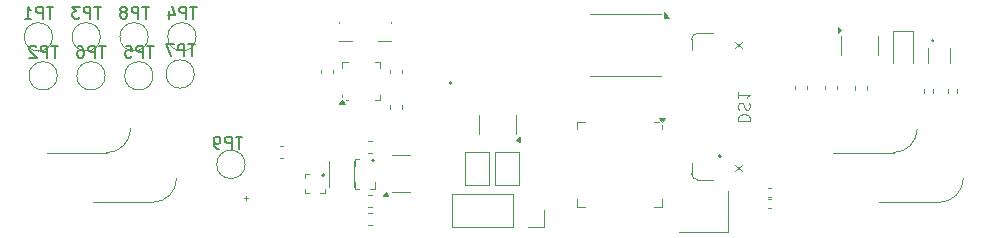
<source format=gbr>
%TF.GenerationSoftware,KiCad,Pcbnew,9.0.3*%
%TF.CreationDate,2025-07-16T18:33:31-04:00*%
%TF.ProjectId,board,626f6172-642e-46b6-9963-61645f706362,rev?*%
%TF.SameCoordinates,Original*%
%TF.FileFunction,Legend,Bot*%
%TF.FilePolarity,Positive*%
%FSLAX46Y46*%
G04 Gerber Fmt 4.6, Leading zero omitted, Abs format (unit mm)*
G04 Created by KiCad (PCBNEW 9.0.3) date 2025-07-16 18:33:31*
%MOMM*%
%LPD*%
G01*
G04 APERTURE LIST*
%ADD10C,0.100000*%
%ADD11C,0.150000*%
%ADD12C,0.120000*%
%ADD13C,0.200000*%
%ADD14C,0.191421*%
G04 APERTURE END LIST*
D10*
X41520038Y-36252145D02*
X41820038Y-36252145D01*
X41670038Y-36102145D02*
X41670038Y-36402145D01*
D11*
X33861904Y-23356819D02*
X33290476Y-23356819D01*
X33576190Y-24356819D02*
X33576190Y-23356819D01*
X32957142Y-24356819D02*
X32957142Y-23356819D01*
X32957142Y-23356819D02*
X32576190Y-23356819D01*
X32576190Y-23356819D02*
X32480952Y-23404438D01*
X32480952Y-23404438D02*
X32433333Y-23452057D01*
X32433333Y-23452057D02*
X32385714Y-23547295D01*
X32385714Y-23547295D02*
X32385714Y-23690152D01*
X32385714Y-23690152D02*
X32433333Y-23785390D01*
X32433333Y-23785390D02*
X32480952Y-23833009D01*
X32480952Y-23833009D02*
X32576190Y-23880628D01*
X32576190Y-23880628D02*
X32957142Y-23880628D01*
X31480952Y-23356819D02*
X31957142Y-23356819D01*
X31957142Y-23356819D02*
X32004761Y-23833009D01*
X32004761Y-23833009D02*
X31957142Y-23785390D01*
X31957142Y-23785390D02*
X31861904Y-23737771D01*
X31861904Y-23737771D02*
X31623809Y-23737771D01*
X31623809Y-23737771D02*
X31528571Y-23785390D01*
X31528571Y-23785390D02*
X31480952Y-23833009D01*
X31480952Y-23833009D02*
X31433333Y-23928247D01*
X31433333Y-23928247D02*
X31433333Y-24166342D01*
X31433333Y-24166342D02*
X31480952Y-24261580D01*
X31480952Y-24261580D02*
X31528571Y-24309200D01*
X31528571Y-24309200D02*
X31623809Y-24356819D01*
X31623809Y-24356819D02*
X31861904Y-24356819D01*
X31861904Y-24356819D02*
X31957142Y-24309200D01*
X31957142Y-24309200D02*
X32004761Y-24261580D01*
X25761904Y-23356819D02*
X25190476Y-23356819D01*
X25476190Y-24356819D02*
X25476190Y-23356819D01*
X24857142Y-24356819D02*
X24857142Y-23356819D01*
X24857142Y-23356819D02*
X24476190Y-23356819D01*
X24476190Y-23356819D02*
X24380952Y-23404438D01*
X24380952Y-23404438D02*
X24333333Y-23452057D01*
X24333333Y-23452057D02*
X24285714Y-23547295D01*
X24285714Y-23547295D02*
X24285714Y-23690152D01*
X24285714Y-23690152D02*
X24333333Y-23785390D01*
X24333333Y-23785390D02*
X24380952Y-23833009D01*
X24380952Y-23833009D02*
X24476190Y-23880628D01*
X24476190Y-23880628D02*
X24857142Y-23880628D01*
X23904761Y-23452057D02*
X23857142Y-23404438D01*
X23857142Y-23404438D02*
X23761904Y-23356819D01*
X23761904Y-23356819D02*
X23523809Y-23356819D01*
X23523809Y-23356819D02*
X23428571Y-23404438D01*
X23428571Y-23404438D02*
X23380952Y-23452057D01*
X23380952Y-23452057D02*
X23333333Y-23547295D01*
X23333333Y-23547295D02*
X23333333Y-23642533D01*
X23333333Y-23642533D02*
X23380952Y-23785390D01*
X23380952Y-23785390D02*
X23952380Y-24356819D01*
X23952380Y-24356819D02*
X23333333Y-24356819D01*
X37511904Y-20056819D02*
X36940476Y-20056819D01*
X37226190Y-21056819D02*
X37226190Y-20056819D01*
X36607142Y-21056819D02*
X36607142Y-20056819D01*
X36607142Y-20056819D02*
X36226190Y-20056819D01*
X36226190Y-20056819D02*
X36130952Y-20104438D01*
X36130952Y-20104438D02*
X36083333Y-20152057D01*
X36083333Y-20152057D02*
X36035714Y-20247295D01*
X36035714Y-20247295D02*
X36035714Y-20390152D01*
X36035714Y-20390152D02*
X36083333Y-20485390D01*
X36083333Y-20485390D02*
X36130952Y-20533009D01*
X36130952Y-20533009D02*
X36226190Y-20580628D01*
X36226190Y-20580628D02*
X36607142Y-20580628D01*
X35178571Y-20390152D02*
X35178571Y-21056819D01*
X35416666Y-20009200D02*
X35654761Y-20723485D01*
X35654761Y-20723485D02*
X35035714Y-20723485D01*
X29411904Y-20056819D02*
X28840476Y-20056819D01*
X29126190Y-21056819D02*
X29126190Y-20056819D01*
X28507142Y-21056819D02*
X28507142Y-20056819D01*
X28507142Y-20056819D02*
X28126190Y-20056819D01*
X28126190Y-20056819D02*
X28030952Y-20104438D01*
X28030952Y-20104438D02*
X27983333Y-20152057D01*
X27983333Y-20152057D02*
X27935714Y-20247295D01*
X27935714Y-20247295D02*
X27935714Y-20390152D01*
X27935714Y-20390152D02*
X27983333Y-20485390D01*
X27983333Y-20485390D02*
X28030952Y-20533009D01*
X28030952Y-20533009D02*
X28126190Y-20580628D01*
X28126190Y-20580628D02*
X28507142Y-20580628D01*
X27602380Y-20056819D02*
X26983333Y-20056819D01*
X26983333Y-20056819D02*
X27316666Y-20437771D01*
X27316666Y-20437771D02*
X27173809Y-20437771D01*
X27173809Y-20437771D02*
X27078571Y-20485390D01*
X27078571Y-20485390D02*
X27030952Y-20533009D01*
X27030952Y-20533009D02*
X26983333Y-20628247D01*
X26983333Y-20628247D02*
X26983333Y-20866342D01*
X26983333Y-20866342D02*
X27030952Y-20961580D01*
X27030952Y-20961580D02*
X27078571Y-21009200D01*
X27078571Y-21009200D02*
X27173809Y-21056819D01*
X27173809Y-21056819D02*
X27459523Y-21056819D01*
X27459523Y-21056819D02*
X27554761Y-21009200D01*
X27554761Y-21009200D02*
X27602380Y-20961580D01*
X41361904Y-31056819D02*
X40790476Y-31056819D01*
X41076190Y-32056819D02*
X41076190Y-31056819D01*
X40457142Y-32056819D02*
X40457142Y-31056819D01*
X40457142Y-31056819D02*
X40076190Y-31056819D01*
X40076190Y-31056819D02*
X39980952Y-31104438D01*
X39980952Y-31104438D02*
X39933333Y-31152057D01*
X39933333Y-31152057D02*
X39885714Y-31247295D01*
X39885714Y-31247295D02*
X39885714Y-31390152D01*
X39885714Y-31390152D02*
X39933333Y-31485390D01*
X39933333Y-31485390D02*
X39980952Y-31533009D01*
X39980952Y-31533009D02*
X40076190Y-31580628D01*
X40076190Y-31580628D02*
X40457142Y-31580628D01*
X39409523Y-32056819D02*
X39219047Y-32056819D01*
X39219047Y-32056819D02*
X39123809Y-32009200D01*
X39123809Y-32009200D02*
X39076190Y-31961580D01*
X39076190Y-31961580D02*
X38980952Y-31818723D01*
X38980952Y-31818723D02*
X38933333Y-31628247D01*
X38933333Y-31628247D02*
X38933333Y-31247295D01*
X38933333Y-31247295D02*
X38980952Y-31152057D01*
X38980952Y-31152057D02*
X39028571Y-31104438D01*
X39028571Y-31104438D02*
X39123809Y-31056819D01*
X39123809Y-31056819D02*
X39314285Y-31056819D01*
X39314285Y-31056819D02*
X39409523Y-31104438D01*
X39409523Y-31104438D02*
X39457142Y-31152057D01*
X39457142Y-31152057D02*
X39504761Y-31247295D01*
X39504761Y-31247295D02*
X39504761Y-31485390D01*
X39504761Y-31485390D02*
X39457142Y-31580628D01*
X39457142Y-31580628D02*
X39409523Y-31628247D01*
X39409523Y-31628247D02*
X39314285Y-31675866D01*
X39314285Y-31675866D02*
X39123809Y-31675866D01*
X39123809Y-31675866D02*
X39028571Y-31628247D01*
X39028571Y-31628247D02*
X38980952Y-31580628D01*
X38980952Y-31580628D02*
X38933333Y-31485390D01*
D10*
X83342580Y-29714285D02*
X84342580Y-29714285D01*
X84342580Y-29714285D02*
X84342580Y-29476190D01*
X84342580Y-29476190D02*
X84294961Y-29333333D01*
X84294961Y-29333333D02*
X84199723Y-29238095D01*
X84199723Y-29238095D02*
X84104485Y-29190476D01*
X84104485Y-29190476D02*
X83914009Y-29142857D01*
X83914009Y-29142857D02*
X83771152Y-29142857D01*
X83771152Y-29142857D02*
X83580676Y-29190476D01*
X83580676Y-29190476D02*
X83485438Y-29238095D01*
X83485438Y-29238095D02*
X83390200Y-29333333D01*
X83390200Y-29333333D02*
X83342580Y-29476190D01*
X83342580Y-29476190D02*
X83342580Y-29714285D01*
X83390200Y-28761904D02*
X83342580Y-28619047D01*
X83342580Y-28619047D02*
X83342580Y-28380952D01*
X83342580Y-28380952D02*
X83390200Y-28285714D01*
X83390200Y-28285714D02*
X83437819Y-28238095D01*
X83437819Y-28238095D02*
X83533057Y-28190476D01*
X83533057Y-28190476D02*
X83628295Y-28190476D01*
X83628295Y-28190476D02*
X83723533Y-28238095D01*
X83723533Y-28238095D02*
X83771152Y-28285714D01*
X83771152Y-28285714D02*
X83818771Y-28380952D01*
X83818771Y-28380952D02*
X83866390Y-28571428D01*
X83866390Y-28571428D02*
X83914009Y-28666666D01*
X83914009Y-28666666D02*
X83961628Y-28714285D01*
X83961628Y-28714285D02*
X84056866Y-28761904D01*
X84056866Y-28761904D02*
X84152104Y-28761904D01*
X84152104Y-28761904D02*
X84247342Y-28714285D01*
X84247342Y-28714285D02*
X84294961Y-28666666D01*
X84294961Y-28666666D02*
X84342580Y-28571428D01*
X84342580Y-28571428D02*
X84342580Y-28333333D01*
X84342580Y-28333333D02*
X84294961Y-28190476D01*
X83342580Y-27238095D02*
X83342580Y-27809523D01*
X83342580Y-27523809D02*
X84342580Y-27523809D01*
X84342580Y-27523809D02*
X84199723Y-27619047D01*
X84199723Y-27619047D02*
X84104485Y-27714285D01*
X84104485Y-27714285D02*
X84056866Y-27809523D01*
D11*
X37361904Y-23206819D02*
X36790476Y-23206819D01*
X37076190Y-24206819D02*
X37076190Y-23206819D01*
X36457142Y-24206819D02*
X36457142Y-23206819D01*
X36457142Y-23206819D02*
X36076190Y-23206819D01*
X36076190Y-23206819D02*
X35980952Y-23254438D01*
X35980952Y-23254438D02*
X35933333Y-23302057D01*
X35933333Y-23302057D02*
X35885714Y-23397295D01*
X35885714Y-23397295D02*
X35885714Y-23540152D01*
X35885714Y-23540152D02*
X35933333Y-23635390D01*
X35933333Y-23635390D02*
X35980952Y-23683009D01*
X35980952Y-23683009D02*
X36076190Y-23730628D01*
X36076190Y-23730628D02*
X36457142Y-23730628D01*
X35552380Y-23206819D02*
X34885714Y-23206819D01*
X34885714Y-23206819D02*
X35314285Y-24206819D01*
X29811904Y-23356819D02*
X29240476Y-23356819D01*
X29526190Y-24356819D02*
X29526190Y-23356819D01*
X28907142Y-24356819D02*
X28907142Y-23356819D01*
X28907142Y-23356819D02*
X28526190Y-23356819D01*
X28526190Y-23356819D02*
X28430952Y-23404438D01*
X28430952Y-23404438D02*
X28383333Y-23452057D01*
X28383333Y-23452057D02*
X28335714Y-23547295D01*
X28335714Y-23547295D02*
X28335714Y-23690152D01*
X28335714Y-23690152D02*
X28383333Y-23785390D01*
X28383333Y-23785390D02*
X28430952Y-23833009D01*
X28430952Y-23833009D02*
X28526190Y-23880628D01*
X28526190Y-23880628D02*
X28907142Y-23880628D01*
X27478571Y-23356819D02*
X27669047Y-23356819D01*
X27669047Y-23356819D02*
X27764285Y-23404438D01*
X27764285Y-23404438D02*
X27811904Y-23452057D01*
X27811904Y-23452057D02*
X27907142Y-23594914D01*
X27907142Y-23594914D02*
X27954761Y-23785390D01*
X27954761Y-23785390D02*
X27954761Y-24166342D01*
X27954761Y-24166342D02*
X27907142Y-24261580D01*
X27907142Y-24261580D02*
X27859523Y-24309200D01*
X27859523Y-24309200D02*
X27764285Y-24356819D01*
X27764285Y-24356819D02*
X27573809Y-24356819D01*
X27573809Y-24356819D02*
X27478571Y-24309200D01*
X27478571Y-24309200D02*
X27430952Y-24261580D01*
X27430952Y-24261580D02*
X27383333Y-24166342D01*
X27383333Y-24166342D02*
X27383333Y-23928247D01*
X27383333Y-23928247D02*
X27430952Y-23833009D01*
X27430952Y-23833009D02*
X27478571Y-23785390D01*
X27478571Y-23785390D02*
X27573809Y-23737771D01*
X27573809Y-23737771D02*
X27764285Y-23737771D01*
X27764285Y-23737771D02*
X27859523Y-23785390D01*
X27859523Y-23785390D02*
X27907142Y-23833009D01*
X27907142Y-23833009D02*
X27954761Y-23928247D01*
X25361904Y-20056819D02*
X24790476Y-20056819D01*
X25076190Y-21056819D02*
X25076190Y-20056819D01*
X24457142Y-21056819D02*
X24457142Y-20056819D01*
X24457142Y-20056819D02*
X24076190Y-20056819D01*
X24076190Y-20056819D02*
X23980952Y-20104438D01*
X23980952Y-20104438D02*
X23933333Y-20152057D01*
X23933333Y-20152057D02*
X23885714Y-20247295D01*
X23885714Y-20247295D02*
X23885714Y-20390152D01*
X23885714Y-20390152D02*
X23933333Y-20485390D01*
X23933333Y-20485390D02*
X23980952Y-20533009D01*
X23980952Y-20533009D02*
X24076190Y-20580628D01*
X24076190Y-20580628D02*
X24457142Y-20580628D01*
X22933333Y-21056819D02*
X23504761Y-21056819D01*
X23219047Y-21056819D02*
X23219047Y-20056819D01*
X23219047Y-20056819D02*
X23314285Y-20199676D01*
X23314285Y-20199676D02*
X23409523Y-20294914D01*
X23409523Y-20294914D02*
X23504761Y-20342533D01*
X33461904Y-20056819D02*
X32890476Y-20056819D01*
X33176190Y-21056819D02*
X33176190Y-20056819D01*
X32557142Y-21056819D02*
X32557142Y-20056819D01*
X32557142Y-20056819D02*
X32176190Y-20056819D01*
X32176190Y-20056819D02*
X32080952Y-20104438D01*
X32080952Y-20104438D02*
X32033333Y-20152057D01*
X32033333Y-20152057D02*
X31985714Y-20247295D01*
X31985714Y-20247295D02*
X31985714Y-20390152D01*
X31985714Y-20390152D02*
X32033333Y-20485390D01*
X32033333Y-20485390D02*
X32080952Y-20533009D01*
X32080952Y-20533009D02*
X32176190Y-20580628D01*
X32176190Y-20580628D02*
X32557142Y-20580628D01*
X31414285Y-20485390D02*
X31509523Y-20437771D01*
X31509523Y-20437771D02*
X31557142Y-20390152D01*
X31557142Y-20390152D02*
X31604761Y-20294914D01*
X31604761Y-20294914D02*
X31604761Y-20247295D01*
X31604761Y-20247295D02*
X31557142Y-20152057D01*
X31557142Y-20152057D02*
X31509523Y-20104438D01*
X31509523Y-20104438D02*
X31414285Y-20056819D01*
X31414285Y-20056819D02*
X31223809Y-20056819D01*
X31223809Y-20056819D02*
X31128571Y-20104438D01*
X31128571Y-20104438D02*
X31080952Y-20152057D01*
X31080952Y-20152057D02*
X31033333Y-20247295D01*
X31033333Y-20247295D02*
X31033333Y-20294914D01*
X31033333Y-20294914D02*
X31080952Y-20390152D01*
X31080952Y-20390152D02*
X31128571Y-20437771D01*
X31128571Y-20437771D02*
X31223809Y-20485390D01*
X31223809Y-20485390D02*
X31414285Y-20485390D01*
X31414285Y-20485390D02*
X31509523Y-20533009D01*
X31509523Y-20533009D02*
X31557142Y-20580628D01*
X31557142Y-20580628D02*
X31604761Y-20675866D01*
X31604761Y-20675866D02*
X31604761Y-20866342D01*
X31604761Y-20866342D02*
X31557142Y-20961580D01*
X31557142Y-20961580D02*
X31509523Y-21009200D01*
X31509523Y-21009200D02*
X31414285Y-21056819D01*
X31414285Y-21056819D02*
X31223809Y-21056819D01*
X31223809Y-21056819D02*
X31128571Y-21009200D01*
X31128571Y-21009200D02*
X31080952Y-20961580D01*
X31080952Y-20961580D02*
X31033333Y-20866342D01*
X31033333Y-20866342D02*
X31033333Y-20675866D01*
X31033333Y-20675866D02*
X31080952Y-20580628D01*
X31080952Y-20580628D02*
X31128571Y-20533009D01*
X31128571Y-20533009D02*
X31223809Y-20485390D01*
D12*
%TO.C,C21*%
X49085001Y-25690580D02*
X49085001Y-25409418D01*
X48065001Y-25690580D02*
X48065001Y-25409418D01*
%TO.C,C17*%
X54847501Y-28690585D02*
X54847501Y-28409423D01*
X53827501Y-28690585D02*
X53827501Y-28409423D01*
%TO.C,TP5*%
X33800000Y-25900000D02*
G75*
G02*
X31400000Y-25900000I-1200000J0D01*
G01*
X31400000Y-25900000D02*
G75*
G02*
X33800000Y-25900000I1200000J0D01*
G01*
%TO.C,TP2*%
X25700000Y-25900000D02*
G75*
G02*
X23300000Y-25900000I-1200000J0D01*
G01*
X23300000Y-25900000D02*
G75*
G02*
X25700000Y-25900000I1200000J0D01*
G01*
%TO.C,TP4*%
X37450000Y-22600000D02*
G75*
G02*
X35050000Y-22600000I-1200000J0D01*
G01*
X35050000Y-22600000D02*
G75*
G02*
X37450000Y-22600000I1200000J0D01*
G01*
%TO.C,C20*%
X54847504Y-25409418D02*
X54847504Y-25690580D01*
X53827504Y-25409418D02*
X53827504Y-25690580D01*
%TO.C,TP3*%
X29350000Y-22600000D02*
G75*
G02*
X26950000Y-22600000I-1200000J0D01*
G01*
X26950000Y-22600000D02*
G75*
G02*
X29350000Y-22600000I1200000J0D01*
G01*
%TO.C,U4*%
X50067500Y-28290000D02*
X49587500Y-28290000D01*
X49827500Y-27960000D01*
X50067500Y-28290000D01*
G36*
X50067500Y-28290000D02*
G01*
X49587500Y-28290000D01*
X49827500Y-27960000D01*
X50067500Y-28290000D01*
G37*
X49827500Y-24740000D02*
X49827500Y-25215000D01*
X49827500Y-27485000D02*
X49827500Y-27720000D01*
X50302500Y-24740000D02*
X49827500Y-24740000D01*
X50302500Y-27960000D02*
X50127500Y-27960000D01*
X52572500Y-24740000D02*
X53047500Y-24740000D01*
X52572500Y-27960000D02*
X53047500Y-27960000D01*
X53047500Y-24740000D02*
X53047500Y-25215000D01*
X53047500Y-27960000D02*
X53047500Y-27485000D01*
%TO.C,D1*%
X98145001Y-22140000D02*
X98145001Y-24800000D01*
X96445001Y-22140000D02*
X96445001Y-24800000D01*
X96445001Y-22140000D02*
X98145001Y-22140000D01*
%TO.C,TP9*%
X41600000Y-33400000D02*
G75*
G02*
X39200000Y-33400000I-1200000J0D01*
G01*
X39200000Y-33400000D02*
G75*
G02*
X41600000Y-33400000I1200000J0D01*
G01*
%TO.C,C29*%
X52021918Y-35990000D02*
X52303080Y-35990000D01*
X52021918Y-37010000D02*
X52303080Y-37010000D01*
%TO.C,C27*%
X52021919Y-31389999D02*
X52303081Y-31389999D01*
X52021919Y-32409999D02*
X52303081Y-32409999D01*
%TO.C,U5*%
X54800000Y-32639999D02*
X54000000Y-32640000D01*
X54800000Y-32639999D02*
X55600000Y-32640000D01*
X54800000Y-35760001D02*
X54000000Y-35760000D01*
X54800000Y-35760001D02*
X55600000Y-35760000D01*
X53740000Y-36040000D02*
X53260000Y-36040000D01*
X53500000Y-35710000D01*
X53740000Y-36040000D01*
G36*
X53740000Y-36040000D02*
G01*
X53260000Y-36040000D01*
X53500000Y-35710000D01*
X53740000Y-36040000D01*
G37*
%TO.C,U6*%
X50917501Y-32930000D02*
X50917501Y-33505000D01*
X50917501Y-35470000D02*
X50917501Y-34895000D01*
X51267501Y-32930000D02*
X50917501Y-32930000D01*
X51267501Y-35470000D02*
X50917501Y-35470000D01*
X52207501Y-35470000D02*
X52557501Y-35470000D01*
X52557501Y-35470000D02*
X52557501Y-34895000D01*
D13*
X52537501Y-33050000D02*
G75*
G02*
X52337501Y-33050000I-100000J0D01*
G01*
X52337501Y-33050000D02*
G75*
G02*
X52537501Y-33050000I100000J0D01*
G01*
D12*
%TO.C,C30*%
X52021919Y-37490000D02*
X52303081Y-37490000D01*
X52021919Y-38510000D02*
X52303081Y-38510000D01*
%TO.C,L1*%
X48677500Y-33090000D02*
X48677500Y-35310000D01*
X50797500Y-35310000D02*
X50797500Y-33090000D01*
%TO.C,Y1*%
X82490000Y-35669999D02*
X82490000Y-39090001D01*
X82490000Y-39090001D02*
X78370000Y-39090001D01*
%TO.C,DS1*%
D14*
X81895710Y-32700000D02*
G75*
G02*
X81704290Y-32700000I-95710J0D01*
G01*
X81704290Y-32700000D02*
G75*
G02*
X81895710Y-32700000I95710J0D01*
G01*
D10*
X79400000Y-22800000D02*
G75*
G02*
X79900000Y-22300000I500000J0D01*
G01*
X79900000Y-34700000D02*
G75*
G02*
X79400000Y-34200000I1J500001D01*
G01*
X79900000Y-22300000D02*
X81200000Y-22300000D01*
X83117157Y-23582843D02*
X83682843Y-23017157D01*
X83682843Y-23582843D02*
X83117157Y-23017157D01*
X79400000Y-23700000D02*
X79400000Y-22800000D01*
X79400000Y-33300000D02*
X79400000Y-34200000D01*
X83117157Y-33982843D02*
X83682843Y-33417157D01*
X83682843Y-33982843D02*
X83117157Y-33417157D01*
X79900000Y-34700000D02*
X81200000Y-34700000D01*
D12*
%TO.C,U2*%
X76910000Y-29790000D02*
X76670000Y-29460000D01*
X77150000Y-29460000D01*
X76910000Y-29790000D01*
G36*
X76910000Y-29790000D02*
G01*
X76670000Y-29460000D01*
X77150000Y-29460000D01*
X76910000Y-29790000D01*
G37*
X76910000Y-30439999D02*
X76910000Y-30030000D01*
X76260001Y-29790000D02*
X76610000Y-29790000D01*
X70339999Y-29790000D02*
X69690000Y-29790000D01*
X76910000Y-37010000D02*
X76910000Y-36360001D01*
X69690000Y-29790000D02*
X69690000Y-30439999D01*
X76260001Y-37010000D02*
X76910000Y-37010000D01*
X70339999Y-37010000D02*
X69690000Y-37010000D01*
X69690000Y-37010000D02*
X69690000Y-36360001D01*
%TO.C,U1*%
X61439999Y-30000000D02*
X61440000Y-29200000D01*
X61439999Y-30000000D02*
X61440000Y-30800000D01*
X64560001Y-30000000D02*
X64560000Y-29200000D01*
X64560001Y-30000000D02*
X64560000Y-30800000D01*
X64840000Y-31540000D02*
X64510000Y-31300000D01*
X64840000Y-31060000D01*
X64840000Y-31540000D01*
G36*
X64840000Y-31540000D02*
G01*
X64510000Y-31300000D01*
X64840000Y-31060000D01*
X64840000Y-31540000D01*
G37*
D13*
%TO.C,J1*%
X59100000Y-26500000D02*
G75*
G02*
X58900000Y-26500000I-100000J0D01*
G01*
X58900000Y-26500000D02*
G75*
G02*
X59100000Y-26500000I100000J0D01*
G01*
%TO.C,Q1*%
D11*
X99910000Y-22950000D02*
G75*
G02*
X99760000Y-22950000I-75000J0D01*
G01*
X99760000Y-22950000D02*
G75*
G02*
X99910000Y-22950000I75000J0D01*
G01*
D12*
X101245001Y-24850000D02*
X101245001Y-23550000D01*
X99444999Y-24850000D02*
X99444999Y-23550000D01*
%TO.C,SW3*%
X53960001Y-21440000D02*
X53960001Y-21360000D01*
X52860001Y-22960000D02*
X53960001Y-22960001D01*
X49540001Y-21440000D02*
X49540001Y-21360000D01*
X49540001Y-22960001D02*
X50640001Y-22960000D01*
%TO.C,SW1*%
X35800000Y-34600000D02*
G75*
G02*
X33800000Y-36600000I-2000000J0D01*
G01*
X31900000Y-30400000D02*
G75*
G02*
X29900000Y-32400000I-2000000J0D01*
G01*
X33800000Y-36600000D02*
X28700000Y-36600000D01*
X29900000Y-32400000D02*
X24800000Y-32400000D01*
%TO.C,SW2*%
X96500000Y-32400000D02*
X91400000Y-32400000D01*
X100400000Y-36600000D02*
X95300000Y-36600000D01*
X98500000Y-30400000D02*
G75*
G02*
X96500000Y-32400000I-2000000J0D01*
G01*
X102400000Y-34600000D02*
G75*
G02*
X100400000Y-36600000I-2000000J0D01*
G01*
%TO.C,R14*%
X99880000Y-27046359D02*
X99880000Y-27353641D01*
X99120000Y-27046359D02*
X99120000Y-27353641D01*
%TO.C,C22*%
X85892164Y-36360000D02*
X86107836Y-36360000D01*
X85892164Y-37080000D02*
X86107836Y-37080000D01*
%TO.C,R15*%
X101870000Y-27046359D02*
X101870000Y-27353641D01*
X101110000Y-27046359D02*
X101110000Y-27353641D01*
%TO.C,L2*%
X94230000Y-26737220D02*
X94230000Y-27062780D01*
X93210000Y-26737220D02*
X93210000Y-27062780D01*
%TO.C,C35*%
X91720000Y-26759419D02*
X91720000Y-27040581D01*
X90700000Y-26759419D02*
X90700000Y-27040581D01*
%TO.C,C31*%
X89210000Y-26759419D02*
X89210000Y-27040581D01*
X88190000Y-26759419D02*
X88190000Y-27040581D01*
%TO.C,U7*%
X92090000Y-22000000D02*
X91760000Y-22240000D01*
X91760000Y-21760000D01*
X92090000Y-22000000D01*
G36*
X92090000Y-22000000D02*
G01*
X91760000Y-22240000D01*
X91760000Y-21760000D01*
X92090000Y-22000000D01*
G37*
X95160001Y-23300000D02*
X95160000Y-24100000D01*
X95160001Y-23300000D02*
X95160000Y-22500000D01*
X92039999Y-23300000D02*
X92040000Y-24100000D01*
X92039999Y-23300000D02*
X92040000Y-22500000D01*
%TO.C,JP2*%
X62250000Y-35150000D02*
X62250000Y-32350000D01*
X62250000Y-32350000D02*
X60250000Y-32350000D01*
X60250000Y-35150000D02*
X62250000Y-35150000D01*
X60250000Y-32350000D02*
X60250000Y-35150000D01*
%TO.C,TP7*%
X37300000Y-25750000D02*
G75*
G02*
X34900000Y-25750000I-1200000J0D01*
G01*
X34900000Y-25750000D02*
G75*
G02*
X37300000Y-25750000I1200000J0D01*
G01*
%TO.C,C33*%
X44840580Y-31810000D02*
X44559420Y-31810000D01*
X44840580Y-32830000D02*
X44559420Y-32830000D01*
%TO.C,U8*%
X46661500Y-34206500D02*
X46661500Y-34543250D01*
X46661500Y-35793500D02*
X46661500Y-35456750D01*
X47020750Y-34206500D02*
X46661500Y-34206500D01*
X47020750Y-35793500D02*
X46661500Y-35793500D01*
X47979250Y-35793500D02*
X48338500Y-35793500D01*
X48338500Y-35793500D02*
X48338500Y-35456750D01*
D13*
X48318500Y-34326500D02*
G75*
G02*
X48118500Y-34326500I-100000J0D01*
G01*
X48118500Y-34326500D02*
G75*
G02*
X48318500Y-34326500I100000J0D01*
G01*
D12*
%TO.C,TP6*%
X29750000Y-25900000D02*
G75*
G02*
X27350000Y-25900000I-1200000J0D01*
G01*
X27350000Y-25900000D02*
G75*
G02*
X29750000Y-25900000I1200000J0D01*
G01*
%TO.C,TP1*%
X25300000Y-22600000D02*
G75*
G02*
X22900000Y-22600000I-1200000J0D01*
G01*
X22900000Y-22600000D02*
G75*
G02*
X25300000Y-22600000I1200000J0D01*
G01*
%TO.C,TP8*%
X33400000Y-22600000D02*
G75*
G02*
X31000000Y-22600000I-1200000J0D01*
G01*
X31000000Y-22600000D02*
G75*
G02*
X33400000Y-22600000I1200000J0D01*
G01*
%TO.C,JP1*%
X64800000Y-35150001D02*
X64800000Y-32350001D01*
X64800000Y-32350001D02*
X62800000Y-32350001D01*
X62800000Y-35150001D02*
X64800000Y-35150001D01*
X62800000Y-32350001D02*
X62800000Y-35150001D01*
%TO.C,J3*%
X59080000Y-38680000D02*
X59080000Y-35920000D01*
X64270000Y-35920000D02*
X59080000Y-35920000D01*
X64270000Y-38680000D02*
X59080000Y-38680000D01*
X64270000Y-38680000D02*
X64270000Y-35920000D01*
X65540000Y-38679999D02*
X66920000Y-38680000D01*
X66920000Y-38680000D02*
X66919999Y-37300000D01*
%TO.C,U3*%
X76800000Y-25925000D02*
X70800000Y-25925000D01*
X76790000Y-20705000D02*
X70800000Y-20705000D01*
X77510000Y-21005000D02*
X77030000Y-21005000D01*
X77030000Y-20525000D01*
X77510000Y-21005000D01*
G36*
X77510000Y-21005000D02*
G01*
X77030000Y-21005000D01*
X77030000Y-20525000D01*
X77510000Y-21005000D01*
G37*
%TO.C,C26*%
X85892164Y-35440000D02*
X86107836Y-35440000D01*
X85892164Y-36160000D02*
X86107836Y-36160000D01*
%TD*%
M02*

</source>
